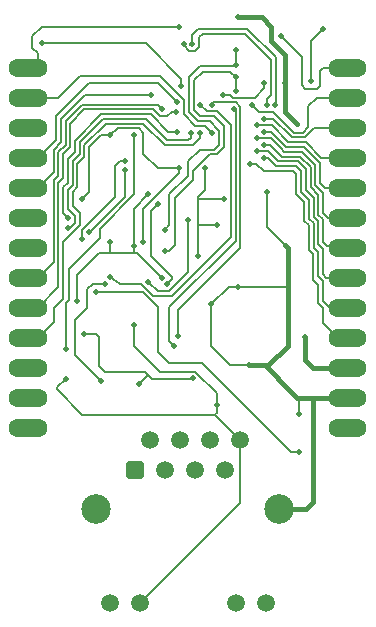
<source format=gbl>
G04 #@! TF.GenerationSoftware,KiCad,Pcbnew,(6.0.4)*
G04 #@! TF.CreationDate,2022-10-30T16:37:21+13:00*
G04 #@! TF.ProjectId,LAN-Module,4c414e2d-4d6f-4647-956c-652e6b696361,rev?*
G04 #@! TF.SameCoordinates,Original*
G04 #@! TF.FileFunction,Copper,L2,Bot*
G04 #@! TF.FilePolarity,Positive*
%FSLAX46Y46*%
G04 Gerber Fmt 4.6, Leading zero omitted, Abs format (unit mm)*
G04 Created by KiCad (PCBNEW (6.0.4)) date 2022-10-30 16:37:21*
%MOMM*%
%LPD*%
G01*
G04 APERTURE LIST*
G04 Aperture macros list*
%AMRoundRect*
0 Rectangle with rounded corners*
0 $1 Rounding radius*
0 $2 $3 $4 $5 $6 $7 $8 $9 X,Y pos of 4 corners*
0 Add a 4 corners polygon primitive as box body*
4,1,4,$2,$3,$4,$5,$6,$7,$8,$9,$2,$3,0*
0 Add four circle primitives for the rounded corners*
1,1,$1+$1,$2,$3*
1,1,$1+$1,$4,$5*
1,1,$1+$1,$6,$7*
1,1,$1+$1,$8,$9*
0 Add four rect primitives between the rounded corners*
20,1,$1+$1,$2,$3,$4,$5,0*
20,1,$1+$1,$4,$5,$6,$7,0*
20,1,$1+$1,$6,$7,$8,$9,0*
20,1,$1+$1,$8,$9,$2,$3,0*%
G04 Aperture macros list end*
G04 #@! TA.AperFunction,ComponentPad*
%ADD10C,2.500000*%
G04 #@! TD*
G04 #@! TA.AperFunction,ComponentPad*
%ADD11C,1.500000*%
G04 #@! TD*
G04 #@! TA.AperFunction,ComponentPad*
%ADD12RoundRect,0.250500X-0.499500X-0.499500X0.499500X-0.499500X0.499500X0.499500X-0.499500X0.499500X0*%
G04 #@! TD*
G04 #@! TA.AperFunction,SMDPad,CuDef*
%ADD13R,1.651000X1.600000*%
G04 #@! TD*
G04 #@! TA.AperFunction,ComponentPad*
%ADD14C,1.600000*%
G04 #@! TD*
G04 #@! TA.AperFunction,ViaPad*
%ADD15C,0.500000*%
G04 #@! TD*
G04 #@! TA.AperFunction,Conductor*
%ADD16C,0.200000*%
G04 #@! TD*
G04 #@! TA.AperFunction,Conductor*
%ADD17C,0.400000*%
G04 #@! TD*
G04 APERTURE END LIST*
D10*
G04 #@! TO.P,J2,SH*
G04 #@! TO.N,N/C*
X43305000Y-67857500D03*
X27815000Y-67857500D03*
D11*
G04 #@! TO.P,J2,12,LEDY_K*
G04 #@! TO.N,GND*
X42185000Y-75807500D03*
G04 #@! TO.P,J2,11,LEDY_A*
G04 #@! TO.N,/ETH_LED1*
X39645000Y-75807500D03*
G04 #@! TO.P,J2,10,LEDG_K*
G04 #@! TO.N,GND*
X31475000Y-75807500D03*
G04 #@! TO.P,J2,9,LEDG_A*
G04 #@! TO.N,/ETH_LED0*
X28935000Y-75807500D03*
G04 #@! TO.P,J2,8*
G04 #@! TO.N,GND*
X40000000Y-62007500D03*
G04 #@! TO.P,J2,7*
G04 #@! TO.N,N/C*
X38740000Y-64547500D03*
G04 #@! TO.P,J2,6,RD-*
G04 #@! TO.N,/MDI1_N*
X37460000Y-62007500D03*
G04 #@! TO.P,J2,5,RCT*
G04 #@! TO.N,/MDI0_CT*
X36200000Y-64547500D03*
G04 #@! TO.P,J2,4,TCT*
X34920000Y-62007500D03*
G04 #@! TO.P,J2,3,RD+*
G04 #@! TO.N,/MDI1_P*
X33660000Y-64547500D03*
G04 #@! TO.P,J2,2,TD-*
G04 #@! TO.N,/MDI0_N*
X32380000Y-62007500D03*
D12*
G04 #@! TO.P,J2,1,TD+*
G04 #@! TO.N,/MDI0_P*
X31120000Y-64547500D03*
G04 #@! TD*
D13*
G04 #@! TO.P,J20,1,1*
G04 #@! TO.N,/IO32*
X49085500Y-38100000D03*
D14*
X48260000Y-38100000D03*
X49911000Y-38100000D03*
G04 #@! TD*
G04 #@! TO.P,J10,1,1*
G04 #@! TO.N,/IO4*
X22860000Y-48260000D03*
X21209000Y-48260000D03*
D13*
X22034500Y-48260000D03*
G04 #@! TD*
G04 #@! TO.P,J23,1,1*
G04 #@! TO.N,/S_VN*
X49085500Y-45720000D03*
D14*
X49911000Y-45720000D03*
X48260000Y-45720000D03*
G04 #@! TD*
G04 #@! TO.P,J4,1,1*
G04 #@! TO.N,/EN*
X22860000Y-33020000D03*
X21209000Y-33020000D03*
D13*
X22034500Y-33020000D03*
G04 #@! TD*
G04 #@! TO.P,J7,1,1*
G04 #@! TO.N,/IO16*
X22034500Y-40640000D03*
D14*
X22860000Y-40640000D03*
X21209000Y-40640000D03*
G04 #@! TD*
D13*
G04 #@! TO.P,J25,1,1*
G04 #@! TO.N,/IO37*
X49085500Y-50800000D03*
D14*
X48260000Y-50800000D03*
X49911000Y-50800000D03*
G04 #@! TD*
D13*
G04 #@! TO.P,J27,1,1*
G04 #@! TO.N,GND*
X49085500Y-58420000D03*
D14*
X48260000Y-58420000D03*
X49911000Y-58420000D03*
G04 #@! TD*
D13*
G04 #@! TO.P,J8,1,1*
G04 #@! TO.N,/IO15*
X22034500Y-43180000D03*
D14*
X22860000Y-43180000D03*
X21209000Y-43180000D03*
G04 #@! TD*
D13*
G04 #@! TO.P,J17,1,1*
G04 #@! TO.N,/U0TXD*
X49085500Y-30480000D03*
D14*
X48260000Y-30480000D03*
X49911000Y-30480000D03*
G04 #@! TD*
G04 #@! TO.P,J26,1,1*
G04 #@! TO.N,/S_VP*
X48260000Y-53340000D03*
D13*
X49085500Y-53340000D03*
D14*
X49911000Y-53340000D03*
G04 #@! TD*
G04 #@! TO.P,J14,1,1*
G04 #@! TO.N,GND*
X22860000Y-58420000D03*
X21209000Y-58420000D03*
D13*
X22034500Y-58420000D03*
G04 #@! TD*
G04 #@! TO.P,J19,1,1*
G04 #@! TO.N,/IO33*
X49085500Y-35560000D03*
D14*
X49911000Y-35560000D03*
X48260000Y-35560000D03*
G04 #@! TD*
G04 #@! TO.P,J12,1,1*
G04 #@! TO.N,/IO14*
X21209000Y-53340000D03*
X22860000Y-53340000D03*
D13*
X22034500Y-53340000D03*
G04 #@! TD*
G04 #@! TO.P,J22,1,1*
G04 #@! TO.N,/IO34*
X49085500Y-43180000D03*
D14*
X49911000Y-43180000D03*
X48260000Y-43180000D03*
G04 #@! TD*
G04 #@! TO.P,J3,1,1*
G04 #@! TO.N,GND*
X22860000Y-30480000D03*
D13*
X22034500Y-30480000D03*
D14*
X21209000Y-30480000D03*
G04 #@! TD*
G04 #@! TO.P,J16,1,1*
G04 #@! TO.N,GND*
X21209000Y-60960000D03*
D13*
X22034500Y-60960000D03*
D14*
X22860000Y-60960000D03*
G04 #@! TD*
G04 #@! TO.P,J24,1,1*
G04 #@! TO.N,/IO38*
X48260000Y-48260000D03*
X49911000Y-48260000D03*
D13*
X49085500Y-48260000D03*
G04 #@! TD*
D14*
G04 #@! TO.P,J13,1,1*
G04 #@! TO.N,/IO5*
X22860000Y-55880000D03*
D13*
X22034500Y-55880000D03*
D14*
X21209000Y-55880000D03*
G04 #@! TD*
G04 #@! TO.P,J5,1,1*
G04 #@! TO.N,/BOOT*
X21209000Y-35560000D03*
X22860000Y-35560000D03*
D13*
X22034500Y-35560000D03*
G04 #@! TD*
D14*
G04 #@! TO.P,J28,1,1*
G04 #@! TO.N,/VIN*
X48260000Y-60960000D03*
X49911000Y-60960000D03*
D13*
X49085500Y-60960000D03*
G04 #@! TD*
D14*
G04 #@! TO.P,J21,1,1*
G04 #@! TO.N,/IO35*
X48260000Y-40640000D03*
D13*
X49085500Y-40640000D03*
D14*
X49911000Y-40640000D03*
G04 #@! TD*
D13*
G04 #@! TO.P,J15,1,1*
G04 #@! TO.N,/3V3*
X49085500Y-55880000D03*
D14*
X48260000Y-55880000D03*
X49911000Y-55880000D03*
G04 #@! TD*
D13*
G04 #@! TO.P,J6,1,1*
G04 #@! TO.N,/IO13*
X22034500Y-38100000D03*
D14*
X21209000Y-38100000D03*
X22860000Y-38100000D03*
G04 #@! TD*
G04 #@! TO.P,J18,1,1*
G04 #@! TO.N,/U0RXD*
X48260000Y-33020000D03*
X49911000Y-33020000D03*
D13*
X49085500Y-33020000D03*
G04 #@! TD*
D14*
G04 #@! TO.P,J9,1,1*
G04 #@! TO.N,/IO12*
X22860000Y-45720000D03*
D13*
X22034500Y-45720000D03*
D14*
X21209000Y-45720000D03*
G04 #@! TD*
G04 #@! TO.P,J11,1,1*
G04 #@! TO.N,/IO2*
X22860000Y-50800000D03*
X21209000Y-50800000D03*
D13*
X22034500Y-50800000D03*
G04 #@! TD*
D15*
G04 #@! TO.N,+3V3*
X26200000Y-50200000D03*
G04 #@! TO.N,GND*
X29000000Y-36200000D03*
X38000000Y-59000000D03*
X34800000Y-39000000D03*
X44800000Y-35249500D03*
X34800000Y-27000000D03*
X37000000Y-39000000D03*
X26600000Y-41600000D03*
X38600000Y-41625500D03*
X25200000Y-56800000D03*
X42000000Y-31800000D03*
X40750000Y-55662500D03*
X39800000Y-49000000D03*
X31800000Y-45200000D03*
X38000000Y-43800000D03*
X45000000Y-59800000D03*
X36400000Y-46400000D03*
X42250500Y-41000000D03*
X39800000Y-26200000D03*
X43850000Y-45550000D03*
X31000000Y-52250000D03*
X44000000Y-49000000D03*
X43800000Y-31800000D03*
X37500000Y-50500000D03*
X38500000Y-32750000D03*
G04 #@! TO.N,/EN*
X37600000Y-36000000D03*
G04 #@! TO.N,/S_VP*
X40800000Y-38600000D03*
G04 #@! TO.N,/S_VN*
X42000000Y-37000000D03*
G04 #@! TO.N,/IO34*
X41400000Y-36450500D03*
G04 #@! TO.N,/IO35*
X42000000Y-35901000D03*
G04 #@! TO.N,/IO32*
X41400000Y-35351500D03*
G04 #@! TO.N,/ETH_CRS_DV*
X29000000Y-48200000D03*
X36600000Y-33600000D03*
G04 #@! TO.N,/ETH_RXD1*
X34750000Y-53200000D03*
X37600000Y-33600000D03*
G04 #@! TO.N,/ETH_RXD0*
X34400000Y-54000000D03*
X39450500Y-34000000D03*
G04 #@! TO.N,+3V3*
X33334100Y-48259310D03*
X35000000Y-32000000D03*
X31000000Y-45600000D03*
X32200000Y-41200000D03*
X23175500Y-28400000D03*
X45500000Y-53250000D03*
X29000000Y-45200000D03*
G04 #@! TO.N,/IO33*
X42000000Y-34800000D03*
G04 #@! TO.N,/U0RXD*
X33600000Y-46000000D03*
X41000000Y-33600000D03*
X39600000Y-32400000D03*
X39600000Y-31250500D03*
G04 #@! TO.N,/SDD0*
X27200000Y-44400000D03*
X30200000Y-39099503D03*
G04 #@! TO.N,/ETH_TXEN*
X32200000Y-48600000D03*
X35600000Y-43400000D03*
G04 #@! TO.N,/ETH_TXD0*
X33000000Y-42000000D03*
X33800000Y-48800000D03*
G04 #@! TO.N,/SDCK*
X30200000Y-38400000D03*
X26600000Y-45000000D03*
G04 #@! TO.N,/ETH_CLK*
X31000000Y-36200000D03*
X25250000Y-54250000D03*
G04 #@! TO.N,/IO14*
X36600000Y-36000000D03*
G04 #@! TO.N,/IO12*
X25400000Y-44000000D03*
X35800000Y-36000000D03*
G04 #@! TO.N,/IO13*
X34600000Y-33400000D03*
G04 #@! TO.N,/U0TXD*
X43400000Y-27800000D03*
X33600000Y-44200000D03*
X39600000Y-29000000D03*
X39600000Y-30250500D03*
G04 #@! TO.N,/RTL_LED1*
X45000000Y-63000000D03*
X27750000Y-49500000D03*
G04 #@! TO.N,/RTL_LED0*
X28500000Y-48750000D03*
X28200000Y-57000000D03*
G04 #@! TO.N,/IO15*
X25400000Y-43200000D03*
X34658588Y-35909854D03*
G04 #@! TO.N,/IO2*
X34549500Y-34200000D03*
G04 #@! TO.N,/IO4*
X33400000Y-34000000D03*
G04 #@! TO.N,/IO16*
X32400000Y-32750000D03*
G04 #@! TO.N,Net-(R19-Pad1)*
X47000000Y-27200000D03*
X46000000Y-31600000D03*
G04 #@! TO.N,/IO37*
X42000000Y-38099000D03*
G04 #@! TO.N,/IO38*
X41400000Y-37549500D03*
G04 #@! TO.N,/LAN_3P3V*
X31437500Y-57250000D03*
X35975000Y-56775000D03*
X26800000Y-53000000D03*
G04 #@! TO.N,/USB_N*
X35900000Y-28500000D03*
X42950500Y-33600000D03*
G04 #@! TO.N,/USB_P*
X42250997Y-33600000D03*
X35200000Y-28500000D03*
G04 #@! TD*
D16*
G04 #@! TO.N,+3V3*
X31000000Y-46125210D02*
X30962605Y-46162605D01*
X30962605Y-46162605D02*
X29037395Y-46162605D01*
X31237395Y-46162605D02*
X30962605Y-46162605D01*
X31000000Y-45600000D02*
X31000000Y-46125210D01*
X29000000Y-45200000D02*
X29000000Y-46125210D01*
X29000000Y-46125210D02*
X29037395Y-46162605D01*
X29037395Y-46162605D02*
X28037395Y-46162605D01*
X28037395Y-46162605D02*
X28000000Y-46200000D01*
X28000000Y-46200000D02*
X26200000Y-48000000D01*
X33334100Y-48259310D02*
X31237395Y-46162605D01*
X26200000Y-48000000D02*
X26200000Y-50200000D01*
G04 #@! TO.N,/ETH_CLK*
X31000000Y-41200000D02*
X31000000Y-36200000D01*
X28100000Y-44100000D02*
X31000000Y-41200000D01*
X25250000Y-50350000D02*
X25500000Y-50100000D01*
X25500000Y-50100000D02*
X25500000Y-47500000D01*
X25250000Y-54250000D02*
X25250000Y-50350000D01*
X25500000Y-47500000D02*
X28100000Y-44900000D01*
X28100000Y-44900000D02*
X28100000Y-44100000D01*
G04 #@! TO.N,/RTL_LED0*
X27025000Y-50775000D02*
X26000000Y-51800000D01*
X27025000Y-49225000D02*
X27025000Y-50775000D01*
X26000000Y-54800000D02*
X26000000Y-51800000D01*
X27025000Y-49225000D02*
X27500000Y-48750000D01*
D17*
G04 #@! TO.N,GND*
X46180000Y-58420000D02*
X46180000Y-67220000D01*
X46180000Y-58420000D02*
X44820000Y-58420000D01*
X45542500Y-67857500D02*
X43305000Y-67857500D01*
X48260000Y-58420000D02*
X46180000Y-58420000D01*
X46180000Y-67220000D02*
X45542500Y-67857500D01*
D16*
X40000000Y-62007500D02*
X40000000Y-67282500D01*
X40000000Y-67282500D02*
X31475000Y-75807500D01*
X24485810Y-57514190D02*
X24485810Y-57714190D01*
X42000000Y-32200000D02*
X42000000Y-31800000D01*
D17*
X41137500Y-55662500D02*
X40750000Y-55662500D01*
D16*
X36400000Y-41400000D02*
X37000000Y-40800000D01*
X37500000Y-50500000D02*
X39000000Y-49000000D01*
X42250500Y-43950500D02*
X42250500Y-43749500D01*
X38600000Y-41625500D02*
X38574500Y-41600000D01*
D17*
X43800000Y-29400000D02*
X43800000Y-31800000D01*
D16*
X27200000Y-41000000D02*
X27200000Y-37200000D01*
X27200000Y-37200000D02*
X28200000Y-36200000D01*
X40000000Y-62007500D02*
X37842980Y-59850480D01*
X31800000Y-36000000D02*
X31800000Y-37800000D01*
X31800000Y-42400000D02*
X33000000Y-41200000D01*
D17*
X41800000Y-26200000D02*
X42600000Y-27000000D01*
D16*
X36400000Y-43800000D02*
X36400000Y-41600000D01*
D17*
X43800000Y-31800000D02*
X43800000Y-33000000D01*
D16*
X42250500Y-41000000D02*
X42250500Y-43749500D01*
D17*
X44325000Y-57925000D02*
X42062500Y-55662500D01*
D16*
X39000000Y-49000000D02*
X39800000Y-49000000D01*
D17*
X43000000Y-28600000D02*
X43800000Y-29400000D01*
D16*
X45000000Y-59800000D02*
X45000000Y-58600000D01*
X22860000Y-30480000D02*
X22860000Y-29260000D01*
X36400000Y-41600000D02*
X36400000Y-41400000D01*
X29600000Y-35600000D02*
X31400000Y-35600000D01*
X38000000Y-59000000D02*
X38000000Y-59693460D01*
X31400000Y-35600000D02*
X31800000Y-36000000D01*
D17*
X43800000Y-34249500D02*
X43800000Y-33000000D01*
D16*
X38500000Y-32750000D02*
X39150000Y-32750000D01*
X31800000Y-45200000D02*
X31800000Y-42400000D01*
X34800000Y-39400000D02*
X34800000Y-39000000D01*
X36200000Y-56200000D02*
X33200000Y-56200000D01*
D17*
X42600000Y-28200000D02*
X43000000Y-28600000D01*
D16*
X40750000Y-55662500D02*
X41837500Y-55662500D01*
X44000000Y-49000000D02*
X39800000Y-49000000D01*
D17*
X44000000Y-49000000D02*
X44000000Y-45700000D01*
D16*
X33000000Y-39000000D02*
X34800000Y-39000000D01*
X25200000Y-56800000D02*
X24485810Y-57514190D01*
D17*
X39800000Y-26200000D02*
X41800000Y-26200000D01*
D16*
X34800000Y-27000000D02*
X23200000Y-27000000D01*
X37000000Y-40800000D02*
X37000000Y-40000000D01*
X28200000Y-36200000D02*
X29000000Y-36200000D01*
D17*
X44000000Y-45700000D02*
X43850000Y-45550000D01*
D16*
X37971730Y-59721730D02*
X37842980Y-59850480D01*
X38000000Y-58000000D02*
X36200000Y-56200000D01*
X37842980Y-59850480D02*
X26622100Y-59850480D01*
X39162500Y-55662500D02*
X37500000Y-54000000D01*
X36400000Y-43800000D02*
X38000000Y-43800000D01*
X36400000Y-46400000D02*
X36400000Y-43800000D01*
D17*
X42062500Y-55662500D02*
X41137500Y-55662500D01*
D16*
X38000000Y-59693460D02*
X37971730Y-59721730D01*
X31800000Y-37800000D02*
X33000000Y-39000000D01*
X33200000Y-56200000D02*
X31000000Y-54000000D01*
D17*
X42337500Y-55662500D02*
X41137500Y-55662500D01*
X42600000Y-27000000D02*
X42600000Y-28200000D01*
D16*
X33000000Y-41200000D02*
X34800000Y-39400000D01*
X26622100Y-59850480D02*
X24485810Y-57714190D01*
X22400000Y-27800000D02*
X22400000Y-28800000D01*
X40750000Y-55662500D02*
X39162500Y-55662500D01*
X23200000Y-27000000D02*
X22400000Y-27800000D01*
D17*
X44000000Y-54000000D02*
X42337500Y-55662500D01*
D16*
X37000000Y-40000000D02*
X37000000Y-39000000D01*
X22860000Y-29260000D02*
X22400000Y-28800000D01*
X37500000Y-54000000D02*
X37500000Y-50500000D01*
D17*
X44820000Y-58420000D02*
X44325000Y-57925000D01*
D16*
X39150000Y-32750000D02*
X39400000Y-33000000D01*
X38000000Y-59000000D02*
X38000000Y-58000000D01*
X45000000Y-58600000D02*
X44820000Y-58420000D01*
X29000000Y-36200000D02*
X29600000Y-35600000D01*
X39400000Y-33000000D02*
X41200000Y-33000000D01*
D17*
X44800000Y-35249500D02*
X43800000Y-34249500D01*
D16*
X38574500Y-41600000D02*
X36400000Y-41600000D01*
X43850000Y-45550000D02*
X42250500Y-43950500D01*
X26600000Y-41600000D02*
X27200000Y-41000000D01*
X41200000Y-33000000D02*
X42000000Y-32200000D01*
D17*
X44000000Y-49000000D02*
X44000000Y-54000000D01*
D16*
X31000000Y-54000000D02*
X31000000Y-52250000D01*
G04 #@! TO.N,/EN*
X37000000Y-35400000D02*
X36200000Y-35400000D01*
X37600000Y-36000000D02*
X37000000Y-35400000D01*
X26400000Y-31200000D02*
X24580000Y-33020000D01*
X35200000Y-33200000D02*
X33200000Y-31200000D01*
X24580000Y-33020000D02*
X22860000Y-33020000D01*
X35200000Y-34400000D02*
X35200000Y-33200000D01*
X33200000Y-31200000D02*
X26400000Y-31200000D01*
X36200000Y-35400000D02*
X35200000Y-34400000D01*
G04 #@! TO.N,/S_VP*
X44500000Y-39250000D02*
X42000000Y-39250000D01*
X46600481Y-50415487D02*
X46600480Y-48850480D01*
X47000000Y-52080000D02*
X47000000Y-50815006D01*
X46168457Y-46233463D02*
X45801440Y-45866446D01*
X45401920Y-41830972D02*
X44750000Y-41179052D01*
X45801440Y-45866446D02*
X45801440Y-43811464D01*
X45401920Y-43411944D02*
X45401920Y-41830972D01*
X41350000Y-38600000D02*
X40800000Y-38600000D01*
X48260000Y-53340000D02*
X47000000Y-52080000D01*
X44750000Y-39500000D02*
X44500000Y-39250000D01*
X42000000Y-39250000D02*
X41350000Y-38600000D01*
X44750000Y-41179052D02*
X44750000Y-39500000D01*
X46600480Y-48850480D02*
X46168457Y-48418457D01*
X45801440Y-43811464D02*
X45401920Y-43411944D01*
X46168457Y-48418457D02*
X46168457Y-46233463D01*
X47000000Y-50815006D02*
X46600481Y-50415487D01*
G04 #@! TO.N,/S_VN*
X45950962Y-40580974D02*
X46600480Y-41230492D01*
X45054982Y-38000000D02*
X45950960Y-38895978D01*
X45950960Y-38895978D02*
X45950962Y-40580974D01*
X42000000Y-37000000D02*
X42500000Y-37000000D01*
X46600480Y-41230492D02*
X46600481Y-42915487D01*
X47332500Y-45582500D02*
X48260000Y-45582500D01*
X42500000Y-37000000D02*
X43500000Y-38000000D01*
X47000000Y-45250000D02*
X47332500Y-45582500D01*
X43500000Y-38000000D02*
X45054982Y-38000000D01*
X46600481Y-42915487D02*
X47000000Y-43315006D01*
X47000000Y-43315006D02*
X47000000Y-45250000D01*
G04 #@! TO.N,/IO34*
X43730582Y-37565576D02*
X45185565Y-37565577D01*
X47000000Y-42750000D02*
X47430000Y-43180000D01*
X45185565Y-37565577D02*
X46350480Y-38730492D01*
X47430000Y-43180000D02*
X48260000Y-43180000D01*
X42615506Y-36450500D02*
X43403280Y-37238274D01*
X46350480Y-38730492D02*
X46350481Y-40415487D01*
X41400000Y-36450500D02*
X42615506Y-36450500D01*
X46350481Y-40415487D02*
X47000000Y-41065006D01*
X47000000Y-41065006D02*
X47000000Y-42750000D01*
X43403280Y-37238274D02*
X43730582Y-37565576D01*
G04 #@! TO.N,/IO35*
X45351051Y-37166057D02*
X46750000Y-38565006D01*
X43896068Y-37166056D02*
X45351051Y-37166057D01*
X46750000Y-38565006D02*
X46750000Y-40250000D01*
X47140000Y-40640000D02*
X48090480Y-40640000D01*
X46750000Y-40250000D02*
X47140000Y-40640000D01*
X43802800Y-37072788D02*
X42631012Y-35901000D01*
X43802800Y-37072788D02*
X43896068Y-37166056D01*
X42631012Y-35901000D02*
X42000000Y-35901000D01*
G04 #@! TO.N,/IO32*
X46850000Y-38100000D02*
X48260000Y-38100000D01*
X45516537Y-36766537D02*
X46850000Y-38100000D01*
X42646518Y-35351500D02*
X44022509Y-36727491D01*
X44061555Y-36766537D02*
X45516537Y-36766537D01*
X41400000Y-35351500D02*
X42646518Y-35351500D01*
X44022509Y-36727491D02*
X44061555Y-36766537D01*
G04 #@! TO.N,/ETH_CRS_DV*
X39200000Y-44800000D02*
X39200000Y-35298566D01*
X29800000Y-48800000D02*
X31622873Y-48800000D01*
X38050945Y-34149511D02*
X37149511Y-34149511D01*
X34200000Y-49800000D02*
X39200000Y-44800000D01*
X39200000Y-35298566D02*
X38050945Y-34149511D01*
X31622873Y-48800000D02*
X32622872Y-49800000D01*
X29000000Y-48200000D02*
X29800000Y-48800000D01*
X37149511Y-34149511D02*
X36600000Y-33600000D01*
X32622872Y-49800000D02*
X34200000Y-49800000D01*
G04 #@! TO.N,/ETH_RXD1*
X40000000Y-33772373D02*
X40000000Y-45750000D01*
X37800000Y-33400000D02*
X39627627Y-33400000D01*
X39627627Y-33400000D02*
X40000000Y-33772373D01*
X37600000Y-33600000D02*
X37800000Y-33400000D01*
X40000000Y-45750000D02*
X34750000Y-51000000D01*
X34750000Y-51000000D02*
X34750000Y-53200000D01*
G04 #@! TO.N,/ETH_RXD0*
X34000000Y-53600000D02*
X34000000Y-50750000D01*
X39600000Y-35150000D02*
X39600000Y-34149500D01*
X34000000Y-50750000D02*
X39600000Y-45150000D01*
X39600000Y-35150000D02*
X39600000Y-34945032D01*
X34400000Y-54000000D02*
X34000000Y-53600000D01*
X39600000Y-45150000D02*
X39600000Y-35150000D01*
X39600000Y-34149500D02*
X39450500Y-34000000D01*
G04 #@! TO.N,+3V3*
X31000000Y-42400000D02*
X32200000Y-41200000D01*
X32000000Y-28400000D02*
X35000000Y-31400000D01*
D17*
X45750000Y-55500000D02*
X45500000Y-55250000D01*
D16*
X35000000Y-31400000D02*
X35000000Y-32000000D01*
X31000000Y-42400000D02*
X31000000Y-45600000D01*
X31000000Y-45925210D02*
X31000000Y-45600000D01*
D17*
X46130000Y-55880000D02*
X45750000Y-55500000D01*
X45500000Y-55250000D02*
X45500000Y-53250000D01*
D16*
X23175500Y-28400000D02*
X32000000Y-28400000D01*
D17*
X48260000Y-55880000D02*
X46130000Y-55880000D01*
D16*
G04 #@! TO.N,/IO33*
X42000000Y-34800000D02*
X42800000Y-34800000D01*
X46255006Y-35560000D02*
X48260000Y-35560000D01*
X42800000Y-34800000D02*
X44250000Y-36250000D01*
X44367017Y-36367017D02*
X45447989Y-36367017D01*
X44250000Y-36250000D02*
X44367017Y-36367017D01*
X45447989Y-36367017D02*
X46255006Y-35560000D01*
G04 #@! TO.N,/U0RXD*
X45282503Y-35967497D02*
X45750000Y-35500000D01*
X38600000Y-37200000D02*
X38600000Y-35400000D01*
X38000000Y-37800000D02*
X38600000Y-37200000D01*
X33600000Y-46000000D02*
X34000000Y-46000000D01*
X42765006Y-34200000D02*
X44532503Y-35967497D01*
X34500000Y-45500000D02*
X34500000Y-41500000D01*
X39149500Y-30800000D02*
X38800000Y-30800000D01*
X38600000Y-35400000D02*
X37800000Y-34600000D01*
X41000000Y-33600000D02*
X41600000Y-34200000D01*
X36050489Y-31549511D02*
X36800000Y-30800000D01*
X39600000Y-31250500D02*
X39149500Y-30800000D01*
X34000000Y-46000000D02*
X34500000Y-45500000D01*
X34500000Y-41500000D02*
X36000000Y-40000000D01*
X37800000Y-34600000D02*
X36600000Y-34600000D01*
X44532503Y-35967497D02*
X45282503Y-35967497D01*
X36000000Y-40000000D02*
X36000000Y-39200000D01*
X36800000Y-30800000D02*
X38800000Y-30800000D01*
X48260000Y-33020000D02*
X48240000Y-33000000D01*
X36000000Y-39200000D02*
X37400000Y-37800000D01*
X46480000Y-33020000D02*
X48260000Y-33020000D01*
X45750000Y-33750000D02*
X46480000Y-33020000D01*
X45750000Y-35500000D02*
X45750000Y-33750000D01*
X41600000Y-34200000D02*
X42765006Y-34200000D01*
X36050489Y-34050489D02*
X36050489Y-31549511D01*
X36600000Y-34600000D02*
X36050489Y-34050489D01*
X39600000Y-32400000D02*
X39600000Y-31250500D01*
X37400000Y-37800000D02*
X38000000Y-37800000D01*
G04 #@! TO.N,/SDD0*
X30200000Y-41400000D02*
X27400000Y-44200000D01*
X30200000Y-39099503D02*
X30200000Y-41400000D01*
X27400000Y-44200000D02*
X27200000Y-44400000D01*
G04 #@! TO.N,/ETH_TXEN*
X35600000Y-47800000D02*
X35600000Y-43400000D01*
X34000000Y-49400000D02*
X35600000Y-47800000D01*
X33000000Y-49400000D02*
X34000000Y-49400000D01*
X32200000Y-48600000D02*
X33000000Y-49400000D01*
G04 #@! TO.N,/ETH_TXD0*
X34200000Y-48200000D02*
X34200000Y-48400000D01*
X32400000Y-42600000D02*
X33000000Y-42000000D01*
X32400000Y-46400000D02*
X32400000Y-42600000D01*
X34200000Y-48400000D02*
X33800000Y-48800000D01*
X32400000Y-46400000D02*
X34200000Y-48200000D01*
G04 #@! TO.N,/SDCK*
X29400000Y-38800000D02*
X29400000Y-41400000D01*
X30200000Y-38400000D02*
X29800000Y-38400000D01*
X29400000Y-38800000D02*
X29800000Y-38400000D01*
X26600000Y-44200000D02*
X26600000Y-45000000D01*
X29400000Y-41400000D02*
X26600000Y-44200000D01*
G04 #@! TO.N,/IO14*
X24200000Y-50834994D02*
X24200000Y-52000000D01*
X28600000Y-35200000D02*
X26800000Y-37000000D01*
X26800000Y-38000000D02*
X26200000Y-38600000D01*
X26400000Y-43800000D02*
X24999520Y-45200480D01*
X26400000Y-42800000D02*
X26400000Y-43800000D01*
X36600000Y-36000000D02*
X36577127Y-36000000D01*
X26800000Y-37000000D02*
X26800000Y-38000000D01*
X36600000Y-36400000D02*
X36000000Y-37000000D01*
X24200000Y-52000000D02*
X22860000Y-53340000D01*
X24999520Y-45200480D02*
X24999520Y-50035474D01*
X25800000Y-41000000D02*
X25800000Y-42200000D01*
X31800000Y-35200000D02*
X28600000Y-35200000D01*
X36000000Y-37000000D02*
X33600000Y-37000000D01*
X26200000Y-40600000D02*
X25800000Y-41000000D01*
X25800000Y-42200000D02*
X26400000Y-42800000D01*
X36600000Y-36000000D02*
X36600000Y-36400000D01*
X33600000Y-37000000D02*
X31800000Y-35200000D01*
X26200000Y-38600000D02*
X26200000Y-40600000D01*
X24999520Y-50035474D02*
X24200000Y-50834994D01*
G04 #@! TO.N,/IO12*
X25400000Y-40800000D02*
X25400000Y-42200000D01*
X32000480Y-34800480D02*
X28399520Y-34800480D01*
X25800000Y-40400000D02*
X25400000Y-40800000D01*
X35600000Y-36600000D02*
X33800000Y-36600000D01*
X25400000Y-42200000D02*
X25400000Y-42400000D01*
X35800000Y-36400000D02*
X35600000Y-36600000D01*
X26400000Y-37800000D02*
X25800000Y-38400000D01*
X25600000Y-44000000D02*
X25400000Y-44000000D01*
X33800000Y-36600000D02*
X32000480Y-34800480D01*
X25400000Y-40800000D02*
X25399520Y-40800000D01*
X25800000Y-38400000D02*
X25800000Y-40400000D01*
X35800000Y-36000000D02*
X35800000Y-36400000D01*
X26400000Y-36800000D02*
X26400000Y-37800000D01*
X26000000Y-43600000D02*
X25600000Y-44000000D01*
X25400000Y-42400000D02*
X26000000Y-43000000D01*
X28399520Y-34800480D02*
X26400000Y-36800000D01*
X26000000Y-43000000D02*
X26000000Y-43600000D01*
G04 #@! TO.N,/IO13*
X34600000Y-33400000D02*
X33000000Y-31800000D01*
X27200000Y-31800000D02*
X24400000Y-34600000D01*
X24400000Y-36560000D02*
X22860000Y-38100000D01*
X24400000Y-34600000D02*
X24400000Y-36560000D01*
X33000000Y-31800000D02*
X27200000Y-31800000D01*
G04 #@! TO.N,/U0TXD*
X38200480Y-36999520D02*
X38200480Y-35800000D01*
X36400000Y-35000000D02*
X35650969Y-34250969D01*
X39550500Y-30300000D02*
X39600000Y-30250500D01*
X46500000Y-32250000D02*
X46750000Y-32000000D01*
X39600000Y-29000000D02*
X39600000Y-30250500D01*
X36600000Y-37400000D02*
X37800000Y-37400000D01*
X33600000Y-44200000D02*
X34000000Y-43800000D01*
X37400480Y-35000000D02*
X36400000Y-35000000D01*
X35650970Y-31249030D02*
X36600000Y-30300000D01*
X48090480Y-30500000D02*
X48090480Y-30480000D01*
X43400000Y-27800000D02*
X45200000Y-29600000D01*
X35600000Y-39600000D02*
X35600000Y-38400000D01*
X47000000Y-30500000D02*
X48090480Y-30500000D01*
X45500000Y-32250000D02*
X46500000Y-32250000D01*
X46750000Y-32000000D02*
X46750000Y-30750000D01*
X34000000Y-41200000D02*
X35600000Y-39600000D01*
X35600000Y-38400000D02*
X36600000Y-37400000D01*
X37800000Y-37400000D02*
X38200480Y-36999520D01*
X45200000Y-29600000D02*
X45200000Y-31950000D01*
X38200480Y-35800000D02*
X37400480Y-35000000D01*
X46750000Y-30750000D02*
X47000000Y-30500000D01*
X34000000Y-43800000D02*
X34000000Y-41200000D01*
X36600000Y-30300000D02*
X39550500Y-30300000D01*
X35650969Y-34250969D02*
X35650970Y-31249030D01*
X45200000Y-31950000D02*
X45500000Y-32250000D01*
G04 #@! TO.N,/RTL_LED1*
X27750000Y-49500000D02*
X31750000Y-49500000D01*
X33000000Y-54500000D02*
X34000000Y-55500000D01*
X33000000Y-50750000D02*
X33000000Y-54500000D01*
X31750000Y-49500000D02*
X33000000Y-50750000D01*
X36750000Y-55500000D02*
X44250000Y-63000000D01*
X34000000Y-55500000D02*
X36750000Y-55500000D01*
X44250000Y-63000000D02*
X45000000Y-63000000D01*
G04 #@! TO.N,/RTL_LED0*
X28200000Y-57000000D02*
X26000000Y-54800000D01*
X27500000Y-48750000D02*
X28500000Y-48750000D01*
G04 #@! TO.N,/MDI1_N*
X37255766Y-62007500D02*
X37460000Y-62007500D01*
G04 #@! TO.N,/IO15*
X25000000Y-42800000D02*
X25400000Y-43200000D01*
X32400000Y-34400000D02*
X28234994Y-34400000D01*
X25000000Y-40600000D02*
X25000000Y-42800000D01*
X25400000Y-38200000D02*
X25400000Y-40200000D01*
X26000480Y-36634514D02*
X26000480Y-37599520D01*
X33909854Y-35909854D02*
X32400000Y-34400000D01*
X34658588Y-35909854D02*
X33909854Y-35909854D01*
X26000480Y-37599520D02*
X25400000Y-38200000D01*
X25400000Y-40200000D02*
X25000000Y-40600000D01*
X28234994Y-34400000D02*
X26000480Y-36634514D01*
G04 #@! TO.N,/IO2*
X24600000Y-47200000D02*
X24600000Y-49060000D01*
X24600000Y-40200000D02*
X24600000Y-47200000D01*
X32565486Y-34000480D02*
X26799519Y-34000481D01*
X25000000Y-37800000D02*
X25000000Y-39800000D01*
X26799519Y-34000481D02*
X25600000Y-35200000D01*
X33800000Y-34600000D02*
X33165006Y-34600000D01*
X25600000Y-37200000D02*
X25000000Y-37800000D01*
X34549500Y-34200000D02*
X34200000Y-34200000D01*
X34200000Y-34200000D02*
X33800000Y-34600000D01*
X33165006Y-34600000D02*
X32565486Y-34000480D01*
X25600000Y-35200000D02*
X25600000Y-37200000D01*
X25000000Y-39800000D02*
X24600000Y-40200000D01*
X24600000Y-49060000D02*
X22860000Y-50800000D01*
G04 #@! TO.N,/IO4*
X31800000Y-33600000D02*
X31799039Y-33600961D01*
X24600000Y-39600000D02*
X24200000Y-40000000D01*
X24200000Y-46920000D02*
X22860000Y-48260000D01*
X24600000Y-37600000D02*
X24600000Y-39600000D01*
X31799039Y-33600961D02*
X26599039Y-33600961D01*
X25200000Y-35000000D02*
X25200000Y-37000000D01*
X26599039Y-33600961D02*
X25200000Y-35000000D01*
X24200000Y-46600000D02*
X24200000Y-46920000D01*
X24200000Y-40000000D02*
X24200000Y-43000000D01*
X33400000Y-34000000D02*
X33000000Y-33600000D01*
X33000000Y-33600000D02*
X31800000Y-33600000D01*
X25200000Y-37000000D02*
X24600000Y-37600000D01*
X24200000Y-43000000D02*
X24200000Y-46600000D01*
G04 #@! TO.N,/IO16*
X24200000Y-37400000D02*
X24800000Y-36800000D01*
X24800000Y-34800000D02*
X26850000Y-32750000D01*
X26850000Y-32750000D02*
X32400000Y-32750000D01*
X22860000Y-40640000D02*
X24200000Y-39300000D01*
X24800000Y-36800000D02*
X24800000Y-34800000D01*
X24200000Y-39300000D02*
X24200000Y-37400000D01*
G04 #@! TO.N,/IO5*
X22860000Y-56088380D02*
X22860000Y-55880000D01*
G04 #@! TO.N,Net-(R19-Pad1)*
X46000000Y-28200000D02*
X47000000Y-27200000D01*
X46000000Y-31600000D02*
X46000000Y-28200000D01*
G04 #@! TO.N,/IO37*
X42342478Y-38099000D02*
X43042517Y-38799039D01*
X46200960Y-45700960D02*
X46567977Y-46067977D01*
X44724010Y-38799040D02*
X45151920Y-39226950D01*
X46567977Y-48132983D02*
X47000000Y-48565006D01*
X45151922Y-41015968D02*
X45801440Y-41665486D01*
X46567977Y-46067977D02*
X46567977Y-48132983D01*
X45151920Y-39226950D02*
X45151922Y-41015968D01*
X45801440Y-41665486D02*
X45801442Y-43246460D01*
X47000000Y-48565006D02*
X47000000Y-50250000D01*
X42000000Y-38099000D02*
X42342478Y-38099000D01*
X43042517Y-38799039D02*
X44724010Y-38799040D01*
X45801442Y-43246460D02*
X46200960Y-43645978D01*
X46200960Y-43645978D02*
X46200960Y-45700960D01*
X47550000Y-50800000D02*
X48090480Y-50800000D01*
X47000000Y-50250000D02*
X47550000Y-50800000D01*
G04 #@! TO.N,/IO38*
X46600480Y-43480492D02*
X46200962Y-43080974D01*
X46600481Y-45415487D02*
X46600480Y-43480492D01*
X45551442Y-40850482D02*
X45551440Y-39061464D01*
X46967497Y-47967497D02*
X46967497Y-45782503D01*
X43208004Y-38399520D02*
X42529242Y-37720758D01*
X44889496Y-38399520D02*
X43208004Y-38399520D01*
X46200960Y-41500000D02*
X45551442Y-40850482D01*
X45551440Y-39061464D02*
X44889496Y-38399520D01*
X46967497Y-45782503D02*
X46600481Y-45415487D01*
X42357984Y-37549500D02*
X42529242Y-37720758D01*
X47260000Y-48260000D02*
X46967497Y-47967497D01*
X41400000Y-37549500D02*
X42357984Y-37549500D01*
X46200962Y-43080974D02*
X46200960Y-41500000D01*
X48260000Y-48260000D02*
X47260000Y-48260000D01*
G04 #@! TO.N,/LAN_3P3V*
X28000000Y-55750000D02*
X28000000Y-53250000D01*
X27500000Y-53000000D02*
X26800000Y-53000000D01*
X28500000Y-56250000D02*
X28000000Y-55750000D01*
X32187500Y-56500000D02*
X31437500Y-57250000D01*
X35950000Y-56800000D02*
X32487500Y-56800000D01*
X32487500Y-56800000D02*
X32187500Y-56500000D01*
X27750000Y-53000000D02*
X27500000Y-53000000D01*
X28000000Y-53250000D02*
X27750000Y-53000000D01*
X32187500Y-56500000D02*
X31937500Y-56250000D01*
X35975000Y-56775000D02*
X35950000Y-56800000D01*
X31937500Y-56250000D02*
X28500000Y-56250000D01*
G04 #@! TO.N,/USB_N*
X43000000Y-29600000D02*
X40600000Y-27200000D01*
X43000000Y-33437604D02*
X43000000Y-29600000D01*
X42911783Y-33525821D02*
X43000000Y-33437604D01*
X36400000Y-27200000D02*
X35900000Y-27700000D01*
X35769776Y-28500000D02*
X35749511Y-28520265D01*
X35900000Y-27700000D02*
X35900000Y-28500000D01*
X35900000Y-28500000D02*
X35769776Y-28500000D01*
X35749511Y-28520265D02*
X35749511Y-28538362D01*
X40600000Y-27200000D02*
X36400000Y-27200000D01*
G04 #@! TO.N,/USB_P*
X35672384Y-29049511D02*
X36150489Y-29049511D01*
X42600480Y-29800000D02*
X42600480Y-32799520D01*
X40400000Y-27599520D02*
X42600480Y-29800000D01*
X36150489Y-29049511D02*
X36500000Y-28700000D01*
X36800480Y-27599520D02*
X40400000Y-27599520D01*
X36500000Y-27900000D02*
X36800480Y-27599520D01*
X42250997Y-33600000D02*
X42250997Y-33149003D01*
X35200000Y-28500000D02*
X35200000Y-28577127D01*
X36500000Y-28700000D02*
X36500000Y-27900000D01*
X42250997Y-33149003D02*
X42600480Y-32799520D01*
X35200000Y-28577127D02*
X35672384Y-29049511D01*
G04 #@! TD*
M02*

</source>
